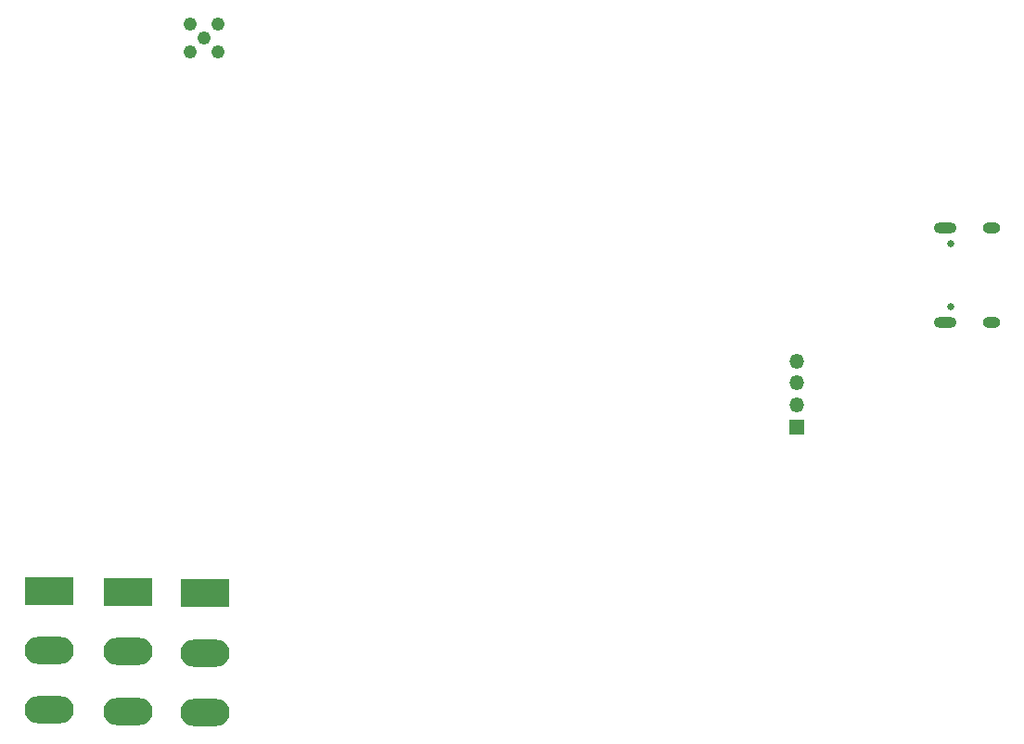
<source format=gbr>
%TF.GenerationSoftware,KiCad,Pcbnew,8.0.4*%
%TF.CreationDate,2024-11-06T12:59:20-06:00*%
%TF.ProjectId,mounted_system,6d6f756e-7465-4645-9f73-797374656d2e,rev?*%
%TF.SameCoordinates,Original*%
%TF.FileFunction,Soldermask,Bot*%
%TF.FilePolarity,Negative*%
%FSLAX46Y46*%
G04 Gerber Fmt 4.6, Leading zero omitted, Abs format (unit mm)*
G04 Created by KiCad (PCBNEW 8.0.4) date 2024-11-06 12:59:20*
%MOMM*%
%LPD*%
G01*
G04 APERTURE LIST*
%ADD10R,4.500000X2.500000*%
%ADD11O,4.500000X2.500000*%
%ADD12C,1.240000*%
%ADD13R,1.350000X1.350000*%
%ADD14O,1.350000X1.350000*%
%ADD15C,0.650000*%
%ADD16O,2.100000X1.000000*%
%ADD17O,1.600000X1.000000*%
G04 APERTURE END LIST*
D10*
%TO.C,Q1*%
X63754000Y-98806000D03*
D11*
X63754000Y-104256000D03*
X63754000Y-109706000D03*
%TD*%
D12*
%TO.C,J2*%
X63663000Y-48090000D03*
X64933000Y-49360000D03*
X64933000Y-46820000D03*
X62393000Y-49360000D03*
X62393000Y-46820000D03*
%TD*%
D10*
%TO.C,Q2*%
X56769000Y-98701000D03*
D11*
X56769000Y-104151000D03*
X56769000Y-109601000D03*
%TD*%
D13*
%TO.C,J1*%
X117765000Y-83586000D03*
D14*
X117765000Y-81586000D03*
X117765000Y-79586000D03*
X117765000Y-77586000D03*
%TD*%
D10*
%TO.C,Q3*%
X49530000Y-98574000D03*
D11*
X49530000Y-104024000D03*
X49530000Y-109474000D03*
%TD*%
D15*
%TO.C,J3*%
X131862000Y-72601000D03*
X131862000Y-66821000D03*
D16*
X131362000Y-74031000D03*
D17*
X135542000Y-74031000D03*
D16*
X131362000Y-65391000D03*
D17*
X135542000Y-65391000D03*
%TD*%
M02*

</source>
